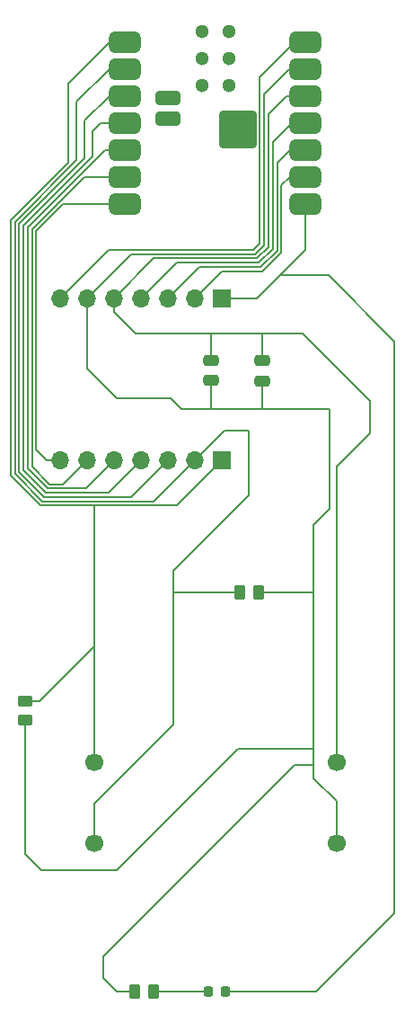
<source format=gbr>
%TF.GenerationSoftware,KiCad,Pcbnew,8.0.8*%
%TF.CreationDate,2025-03-03T09:56:18-08:00*%
%TF.ProjectId,pLUFsPCB,704c5546-7350-4434-922e-6b696361645f,3*%
%TF.SameCoordinates,Original*%
%TF.FileFunction,Copper,L1,Top*%
%TF.FilePolarity,Positive*%
%FSLAX46Y46*%
G04 Gerber Fmt 4.6, Leading zero omitted, Abs format (unit mm)*
G04 Created by KiCad (PCBNEW 8.0.8) date 2025-03-03 09:56:18*
%MOMM*%
%LPD*%
G01*
G04 APERTURE LIST*
G04 Aperture macros list*
%AMRoundRect*
0 Rectangle with rounded corners*
0 $1 Rounding radius*
0 $2 $3 $4 $5 $6 $7 $8 $9 X,Y pos of 4 corners*
0 Add a 4 corners polygon primitive as box body*
4,1,4,$2,$3,$4,$5,$6,$7,$8,$9,$2,$3,0*
0 Add four circle primitives for the rounded corners*
1,1,$1+$1,$2,$3*
1,1,$1+$1,$4,$5*
1,1,$1+$1,$6,$7*
1,1,$1+$1,$8,$9*
0 Add four rect primitives between the rounded corners*
20,1,$1+$1,$2,$3,$4,$5,0*
20,1,$1+$1,$4,$5,$6,$7,0*
20,1,$1+$1,$6,$7,$8,$9,0*
20,1,$1+$1,$8,$9,$2,$3,0*%
G04 Aperture macros list end*
%TA.AperFunction,SMDPad,CuDef*%
%ADD10RoundRect,0.250000X-0.262500X-0.450000X0.262500X-0.450000X0.262500X0.450000X-0.262500X0.450000X0*%
%TD*%
%TA.AperFunction,SMDPad,CuDef*%
%ADD11RoundRect,0.250000X-0.475000X0.250000X-0.475000X-0.250000X0.475000X-0.250000X0.475000X0.250000X0*%
%TD*%
%TA.AperFunction,SMDPad,CuDef*%
%ADD12RoundRect,0.250000X0.450000X-0.262500X0.450000X0.262500X-0.450000X0.262500X-0.450000X-0.262500X0*%
%TD*%
%TA.AperFunction,ComponentPad*%
%ADD13C,1.700000*%
%TD*%
%TA.AperFunction,ComponentPad*%
%ADD14R,1.700000X1.700000*%
%TD*%
%TA.AperFunction,ComponentPad*%
%ADD15O,1.700000X1.700000*%
%TD*%
%TA.AperFunction,SMDPad,CuDef*%
%ADD16RoundRect,0.218750X-0.218750X-0.256250X0.218750X-0.256250X0.218750X0.256250X-0.218750X0.256250X0*%
%TD*%
%TA.AperFunction,SMDPad,CuDef*%
%ADD17RoundRect,0.500000X-1.000000X-0.500000X1.000000X-0.500000X1.000000X0.500000X-1.000000X0.500000X0*%
%TD*%
%TA.AperFunction,HeatsinkPad*%
%ADD18RoundRect,0.250000X-1.500000X-1.500000X1.500000X-1.500000X1.500000X1.500000X-1.500000X1.500000X0*%
%TD*%
%TA.AperFunction,SMDPad,CuDef*%
%ADD19RoundRect,0.250000X-0.900000X-0.400000X0.900000X-0.400000X0.900000X0.400000X-0.900000X0.400000X0*%
%TD*%
%TA.AperFunction,SMDPad,CuDef*%
%ADD20C,1.300000*%
%TD*%
%TA.AperFunction,SMDPad,CuDef*%
%ADD21RoundRect,0.250000X0.262500X0.450000X-0.262500X0.450000X-0.262500X-0.450000X0.262500X-0.450000X0*%
%TD*%
%TA.AperFunction,Conductor*%
%ADD22C,0.200000*%
%TD*%
G04 APERTURE END LIST*
D10*
%TO.P,R3,1*%
%TO.N,Net-(J1-Pin_2)*%
X109577500Y-97282000D03*
%TO.P,R3,2*%
%TO.N,Net-(J2-Pin_6)*%
X111402500Y-97282000D03*
%TD*%
D11*
%TO.P,C2,1*%
%TO.N,Net-(J2-Pin_5)*%
X111760000Y-75504000D03*
%TO.P,C2,2*%
%TO.N,Net-(J2-Pin_6)*%
X111760000Y-77404000D03*
%TD*%
D12*
%TO.P,R4,1*%
%TO.N,Net-(J2-Pin_6)*%
X89408000Y-109370500D03*
%TO.P,R4,2*%
%TO.N,Net-(J1-Pin_1)*%
X89408000Y-107545500D03*
%TD*%
D13*
%TO.P,M1,1*%
%TO.N,Net-(J2-Pin_5)*%
X118754000Y-113284000D03*
%TO.P,M1,2,-*%
%TO.N,Net-(J2-Pin_6)*%
X118754000Y-120904000D03*
%TO.P,M1,3*%
%TO.N,Net-(J1-Pin_2)*%
X95894000Y-120904000D03*
%TO.P,M1,4*%
%TO.N,Net-(J1-Pin_1)*%
X95894000Y-113284000D03*
%TD*%
D14*
%TO.P,J2,1,Pin_1*%
%TO.N,Net-(D1-A)*%
X107955000Y-69586000D03*
D15*
%TO.P,J2,2,Pin_2*%
%TO.N,Net-(J2-Pin_2)*%
X105415000Y-69586000D03*
%TO.P,J2,3,Pin_3*%
%TO.N,Net-(J2-Pin_3)*%
X102875000Y-69586000D03*
%TO.P,J2,4,Pin_4*%
%TO.N,Net-(J2-Pin_4)*%
X100335000Y-69586000D03*
%TO.P,J2,5,Pin_5*%
%TO.N,Net-(J2-Pin_5)*%
X97795000Y-69586000D03*
%TO.P,J2,6,Pin_6*%
%TO.N,Net-(J2-Pin_6)*%
X95255000Y-69586000D03*
%TO.P,J2,7,Pin_7*%
%TO.N,Net-(J2-Pin_7)*%
X92715000Y-69586000D03*
%TD*%
D16*
%TO.P,D1,1,K*%
%TO.N,Net-(D1-K)*%
X106654500Y-134874000D03*
%TO.P,D1,2,A*%
%TO.N,Net-(D1-A)*%
X108229500Y-134874000D03*
%TD*%
D11*
%TO.P,C3,1*%
%TO.N,Net-(J2-Pin_5)*%
X106934000Y-75438000D03*
%TO.P,C3,2*%
%TO.N,Net-(J2-Pin_6)*%
X106934000Y-77338000D03*
%TD*%
D17*
%TO.P,U1,1,GPIO2_A0_D0*%
%TO.N,Net-(J1-Pin_1)*%
X98824000Y-45466000D03*
%TO.P,U1,2,GPIO3_A1_D1*%
%TO.N,Net-(J1-Pin_2)*%
X98824000Y-48006000D03*
%TO.P,U1,3,GPIO4_A2_D2*%
%TO.N,Net-(D1-A)*%
X98824000Y-50546000D03*
%TO.P,U1,4,GPIO5_A3_D3*%
%TO.N,Net-(J1-Pin_4)*%
X98824000Y-53086000D03*
%TO.P,U1,5,GPIO6_D4_SDA*%
%TO.N,Net-(J1-Pin_5)*%
X98824000Y-55626000D03*
%TO.P,U1,6,GPIO7_D5_SCL*%
%TO.N,Net-(J1-Pin_6)*%
X98824000Y-58166000D03*
%TO.P,U1,7,GPIO21_D6_TX*%
%TO.N,Net-(J1-Pin_7)*%
X98824000Y-60706000D03*
%TO.P,U1,8,GPIO20_D7_RX*%
%TO.N,Net-(J2-Pin_1)*%
X115824000Y-60706000D03*
%TO.P,U1,9,GPIO8_D8_SCK*%
%TO.N,Net-(J2-Pin_2)*%
X115824000Y-58166000D03*
%TO.P,U1,10,GPIO9_D9_MISO*%
%TO.N,Net-(J2-Pin_3)*%
X115824000Y-55626000D03*
%TO.P,U1,11,GPIO10_D10_MOSI*%
%TO.N,Net-(J2-Pin_4)*%
X115824000Y-53086000D03*
%TO.P,U1,12,3V3*%
%TO.N,Net-(J2-Pin_5)*%
X115824000Y-50546000D03*
%TO.P,U1,13,GND*%
%TO.N,Net-(J2-Pin_6)*%
X115824000Y-48006000D03*
%TO.P,U1,14,5V*%
%TO.N,Net-(J2-Pin_7)*%
X115824000Y-45466000D03*
D18*
%TO.P,U1,15,BAT*%
%TO.N,unconnected-(U1-BAT-Pad15)*%
X109424000Y-53686000D03*
D19*
%TO.P,U1,16,GND*%
%TO.N,unconnected-(U1-GND-Pad16)*%
X102824000Y-52686000D03*
%TO.P,U1,17,MTDI*%
%TO.N,unconnected-(U1-MTDI-Pad17)*%
X102824000Y-50786000D03*
D20*
%TO.P,U1,18,MTDO*%
%TO.N,unconnected-(U1-MTDO-Pad18)*%
X106054000Y-44466000D03*
%TO.P,U1,19,CHIP_EN*%
%TO.N,Net-(U1-CHIP_EN)*%
X106054000Y-47046000D03*
%TO.P,U1,20,GND*%
%TO.N,unconnected-(U1-GND-Pad20)*%
X106054000Y-49586000D03*
%TO.P,U1,21,MTMS*%
%TO.N,unconnected-(U1-MTMS-Pad21)*%
X108594000Y-49586000D03*
%TO.P,U1,22,MTCK*%
%TO.N,unconnected-(U1-MTCK-Pad22)*%
X108594000Y-47046000D03*
%TO.P,U1,23*%
%TO.N,N/C*%
X108594000Y-44466000D03*
%TD*%
D14*
%TO.P,J1,1,Pin_1*%
%TO.N,Net-(J1-Pin_1)*%
X107955000Y-84836000D03*
D15*
%TO.P,J1,2,Pin_2*%
%TO.N,Net-(J1-Pin_2)*%
X105415000Y-84836000D03*
%TO.P,J1,3,Pin_3*%
%TO.N,Net-(J1-Pin_3)*%
X102875000Y-84836000D03*
%TO.P,J1,4,Pin_4*%
%TO.N,Net-(J1-Pin_4)*%
X100335000Y-84836000D03*
%TO.P,J1,5,Pin_5*%
%TO.N,Net-(J1-Pin_5)*%
X97795000Y-84836000D03*
%TO.P,J1,6,Pin_6*%
%TO.N,Net-(J1-Pin_6)*%
X95255000Y-84836000D03*
%TO.P,J1,7,Pin_7*%
%TO.N,Net-(J1-Pin_7)*%
X92715000Y-84836000D03*
%TD*%
D21*
%TO.P,R2,1*%
%TO.N,Net-(D1-K)*%
X101496500Y-134874000D03*
%TO.P,R2,2*%
%TO.N,Net-(J2-Pin_6)*%
X99671500Y-134874000D03*
%TD*%
D22*
%TO.N,Net-(D1-K)*%
X106654500Y-134874000D02*
X101496500Y-134874000D01*
%TO.N,Net-(D1-A)*%
X117983000Y-67437000D02*
X113411000Y-67437000D01*
X124206000Y-73660000D02*
X117983000Y-67437000D01*
X115824000Y-60706000D02*
X115824000Y-65024000D01*
X108229500Y-134874000D02*
X116840000Y-134874000D01*
X116840000Y-134874000D02*
X124206000Y-127508000D01*
X113411000Y-67437000D02*
X111262000Y-69586000D01*
X115824000Y-65024000D02*
X113411000Y-67437000D01*
X111262000Y-69586000D02*
X107955000Y-69586000D01*
X124206000Y-127508000D02*
X124206000Y-73660000D01*
%TO.N,Net-(J1-Pin_2)*%
X88424000Y-62394314D02*
X88424000Y-86114744D01*
X110490000Y-88138000D02*
X110490000Y-82042000D01*
X103378000Y-97282000D02*
X103378000Y-95250000D01*
X109577500Y-97282000D02*
X103378000Y-97282000D01*
X103378000Y-109728000D02*
X103378000Y-97282000D01*
X94234000Y-56584314D02*
X88424000Y-62394314D01*
X97324000Y-48006000D02*
X94234000Y-51096000D01*
X103378000Y-95250000D02*
X110490000Y-88138000D01*
X110490000Y-82042000D02*
X108209000Y-82042000D01*
X95894000Y-120904000D02*
X95894000Y-117212000D01*
X91031256Y-88722000D02*
X101529000Y-88722000D01*
X108209000Y-82042000D02*
X105415000Y-84836000D01*
X101529000Y-88722000D02*
X105415000Y-84836000D01*
X94234000Y-51096000D02*
X94234000Y-56584314D01*
X98824000Y-48006000D02*
X97324000Y-48006000D01*
X88424000Y-86114744D02*
X91031256Y-88722000D01*
X95894000Y-117212000D02*
X103378000Y-109728000D01*
%TO.N,Net-(J1-Pin_1)*%
X90865570Y-89122000D02*
X96012000Y-89122000D01*
X90710500Y-107545500D02*
X89408000Y-107545500D01*
X88024000Y-62228628D02*
X88024000Y-86280430D01*
X103669000Y-89122000D02*
X107955000Y-84836000D01*
X95894000Y-102362000D02*
X95894000Y-89240000D01*
X98824000Y-45466000D02*
X97324000Y-45466000D01*
X88024000Y-86280430D02*
X90865570Y-89122000D01*
X95894000Y-89240000D02*
X96012000Y-89122000D01*
X96012000Y-89122000D02*
X103669000Y-89122000D01*
X95894000Y-113284000D02*
X95894000Y-102362000D01*
X97324000Y-45466000D02*
X93414314Y-49375686D01*
X95894000Y-102362000D02*
X90710500Y-107545500D01*
X93414314Y-49375686D02*
X93414314Y-56838314D01*
X93414314Y-56838314D02*
X88024000Y-62228628D01*
%TO.N,Net-(J1-Pin_6)*%
X92969000Y-87122000D02*
X95255000Y-84836000D01*
X91694000Y-87122000D02*
X92969000Y-87122000D01*
X94938314Y-58166000D02*
X90024000Y-63080314D01*
X90024000Y-85452000D02*
X91694000Y-87122000D01*
X98824000Y-58166000D02*
X94938314Y-58166000D01*
X90024000Y-63080314D02*
X90024000Y-85452000D01*
%TO.N,Net-(J1-Pin_7)*%
X92964000Y-60706000D02*
X90424000Y-63246000D01*
X90424000Y-83820000D02*
X91440000Y-84836000D01*
X90424000Y-63246000D02*
X90424000Y-83820000D01*
X91440000Y-84836000D02*
X92715000Y-84836000D01*
X98824000Y-60706000D02*
X92964000Y-60706000D01*
%TO.N,Net-(J1-Pin_5)*%
X91528314Y-87522000D02*
X95109000Y-87522000D01*
X96912628Y-55626000D02*
X89624000Y-62914628D01*
X89624000Y-62914628D02*
X89624000Y-85617686D01*
X98824000Y-55626000D02*
X96912628Y-55626000D01*
X89624000Y-85617686D02*
X91528314Y-87522000D01*
X95109000Y-87522000D02*
X97795000Y-84836000D01*
%TO.N,Net-(J2-Pin_5)*%
X97795000Y-70871000D02*
X99822000Y-72898000D01*
X114046000Y-50546000D02*
X112338000Y-52254000D01*
X106934000Y-75438000D02*
X106934000Y-72898000D01*
X111760000Y-75504000D02*
X111760000Y-72898000D01*
X111760000Y-72898000D02*
X115570000Y-72898000D01*
X111262942Y-65856000D02*
X101525000Y-65856000D01*
X97795000Y-69586000D02*
X97795000Y-70871000D01*
X115824000Y-50546000D02*
X114046000Y-50546000D01*
X101525000Y-65856000D02*
X97795000Y-69586000D01*
X112338000Y-64780942D02*
X111262942Y-65856000D01*
X115570000Y-72898000D02*
X121920000Y-79248000D01*
X118754000Y-85462000D02*
X121920000Y-82296000D01*
X99822000Y-72898000D02*
X106934000Y-72898000D01*
X118754000Y-113284000D02*
X118754000Y-85462000D01*
X106934000Y-72898000D02*
X111760000Y-72898000D01*
X112338000Y-52254000D02*
X112338000Y-64780942D01*
X121920000Y-82296000D02*
X121920000Y-79248000D01*
%TO.N,Net-(J2-Pin_4)*%
X112738000Y-64946628D02*
X111428628Y-66256000D01*
X103665000Y-66256000D02*
X100335000Y-69586000D01*
X112738000Y-54902000D02*
X112738000Y-64946628D01*
X111428628Y-66256000D02*
X103665000Y-66256000D01*
X115824000Y-53086000D02*
X114554000Y-53086000D01*
X114554000Y-53086000D02*
X112738000Y-54902000D01*
%TO.N,Net-(J2-Pin_3)*%
X105805000Y-66656000D02*
X102875000Y-69586000D01*
X114324000Y-55626000D02*
X113138000Y-56812000D01*
X115824000Y-55626000D02*
X114324000Y-55626000D01*
X113138000Y-56812000D02*
X113138000Y-65112314D01*
X113138000Y-65112314D02*
X111594314Y-66656000D01*
X111594314Y-66656000D02*
X105805000Y-66656000D01*
%TO.N,Net-(J2-Pin_6)*%
X115824000Y-48006000D02*
X114300000Y-48006000D01*
X89408000Y-109370500D02*
X89408000Y-121920000D01*
X116586000Y-114808000D02*
X116586000Y-113538000D01*
X98044000Y-134874000D02*
X96774000Y-133604000D01*
X111760000Y-80010000D02*
X106934000Y-80010000D01*
X98044000Y-78994000D02*
X95255000Y-76205000D01*
X118110000Y-80010000D02*
X111760000Y-80010000D01*
X96774000Y-133604000D02*
X96774000Y-131572000D01*
X118754000Y-120904000D02*
X118754000Y-116976000D01*
X118110000Y-89408000D02*
X118110000Y-80010000D01*
X116586000Y-112014000D02*
X116586000Y-97282000D01*
X109474000Y-112014000D02*
X116586000Y-112014000D01*
X114808000Y-113538000D02*
X116586000Y-113538000D01*
X96774000Y-131572000D02*
X114808000Y-113538000D01*
X89408000Y-121920000D02*
X90932000Y-123444000D01*
X116586000Y-113538000D02*
X116586000Y-112014000D01*
X99385000Y-65456000D02*
X95255000Y-69586000D01*
X111938000Y-50368000D02*
X111938000Y-64615256D01*
X99671500Y-134874000D02*
X98044000Y-134874000D01*
X111760000Y-77404000D02*
X111760000Y-80010000D01*
X98044000Y-123444000D02*
X109474000Y-112014000D01*
X111097256Y-65456000D02*
X99385000Y-65456000D01*
X116586000Y-90932000D02*
X118110000Y-89408000D01*
X104082315Y-80010000D02*
X103066315Y-78994000D01*
X103066315Y-78994000D02*
X98044000Y-78994000D01*
X116586000Y-97282000D02*
X116586000Y-90932000D01*
X114300000Y-48006000D02*
X111938000Y-50368000D01*
X90932000Y-123444000D02*
X98044000Y-123444000D01*
X111402500Y-97282000D02*
X116586000Y-97282000D01*
X106934000Y-80010000D02*
X104082315Y-80010000D01*
X111938000Y-64615256D02*
X111097256Y-65456000D01*
X118754000Y-116976000D02*
X116586000Y-114808000D01*
X95255000Y-76205000D02*
X95255000Y-69586000D01*
X106934000Y-77338000D02*
X106934000Y-80010000D01*
%TO.N,Net-(J2-Pin_2)*%
X107945000Y-67056000D02*
X105415000Y-69586000D01*
X114324000Y-58166000D02*
X113538000Y-58952000D01*
X111760000Y-67056000D02*
X107945000Y-67056000D01*
X113538000Y-65278000D02*
X111760000Y-67056000D01*
X115824000Y-58166000D02*
X114324000Y-58166000D01*
X113538000Y-58952000D02*
X113538000Y-65278000D01*
%TO.N,Net-(J2-Pin_7)*%
X110931570Y-65056000D02*
X97245000Y-65056000D01*
X111506000Y-48768000D02*
X111506000Y-64481570D01*
X114808000Y-45466000D02*
X111506000Y-48768000D01*
X111506000Y-64481570D02*
X110931570Y-65056000D01*
X115824000Y-45466000D02*
X114808000Y-45466000D01*
X97245000Y-65056000D02*
X92715000Y-69586000D01*
%TO.N,Net-(J1-Pin_4)*%
X95758000Y-56214942D02*
X89224000Y-62748942D01*
X95758000Y-53848000D02*
X95758000Y-56214942D01*
X89224000Y-62748942D02*
X89224000Y-85783372D01*
X96520000Y-53086000D02*
X95758000Y-53848000D01*
X98824000Y-53086000D02*
X96520000Y-53086000D01*
X97249000Y-87922000D02*
X100335000Y-84836000D01*
X91362628Y-87922000D02*
X97249000Y-87922000D01*
X89224000Y-85783372D02*
X91362628Y-87922000D01*
%TO.N,Net-(J1-Pin_3)*%
X94996000Y-56388000D02*
X88824000Y-62560000D01*
X99389000Y-88322000D02*
X102875000Y-84836000D01*
X97324000Y-50546000D02*
X94996000Y-52874000D01*
X91196942Y-88322000D02*
X99389000Y-88322000D01*
X88824000Y-85949058D02*
X91196942Y-88322000D01*
X88824000Y-62560000D02*
X88824000Y-85949058D01*
X98824000Y-50546000D02*
X97324000Y-50546000D01*
X94996000Y-52874000D02*
X94996000Y-56388000D01*
%TD*%
M02*

</source>
